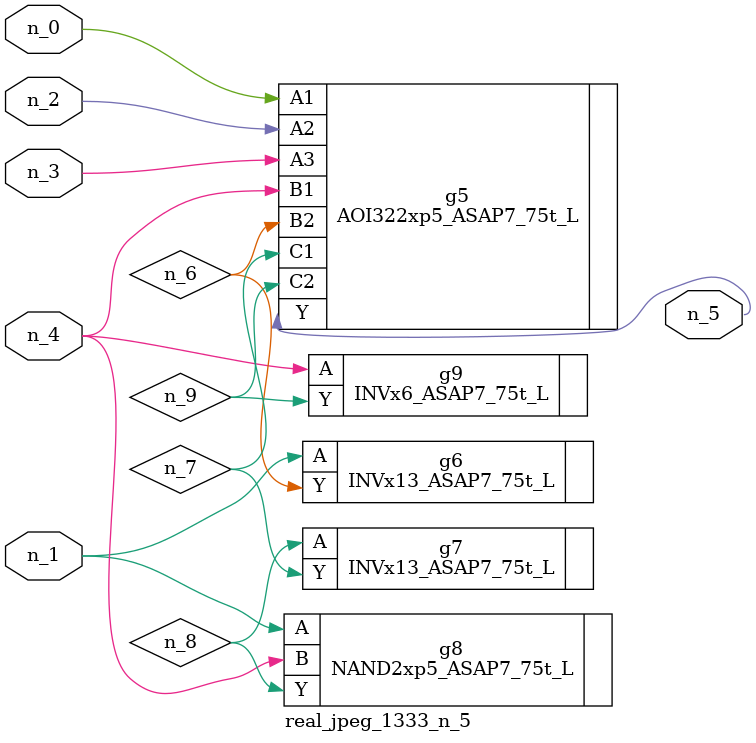
<source format=v>
module real_jpeg_1333_n_5 (n_4, n_0, n_1, n_2, n_3, n_5);

input n_4;
input n_0;
input n_1;
input n_2;
input n_3;

output n_5;

wire n_8;
wire n_6;
wire n_7;
wire n_9;

AOI322xp5_ASAP7_75t_L g5 ( 
.A1(n_0),
.A2(n_2),
.A3(n_3),
.B1(n_4),
.B2(n_6),
.C1(n_7),
.C2(n_9),
.Y(n_5)
);

INVx13_ASAP7_75t_L g6 ( 
.A(n_1),
.Y(n_6)
);

NAND2xp5_ASAP7_75t_L g8 ( 
.A(n_1),
.B(n_4),
.Y(n_8)
);

INVx6_ASAP7_75t_L g9 ( 
.A(n_4),
.Y(n_9)
);

INVx13_ASAP7_75t_L g7 ( 
.A(n_8),
.Y(n_7)
);


endmodule
</source>
